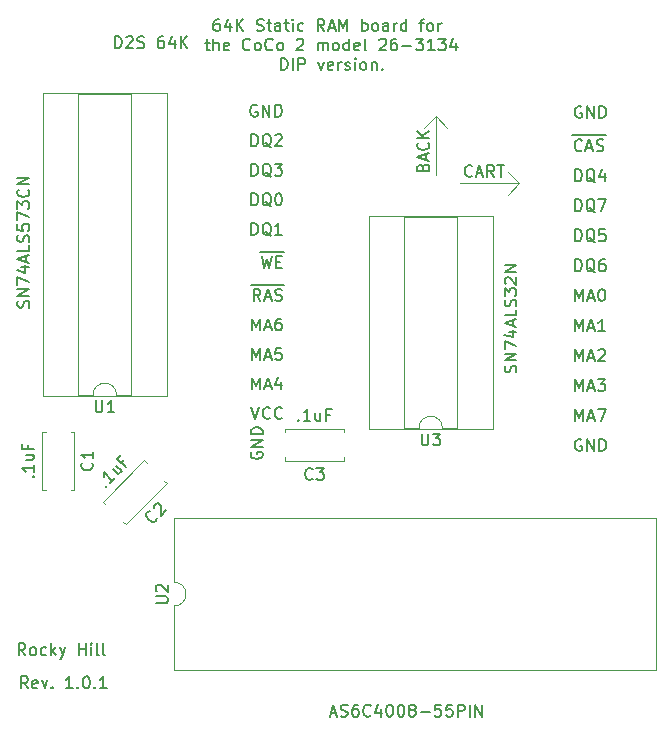
<source format=gbr>
G04 #@! TF.GenerationSoftware,KiCad,Pcbnew,5.1.5+dfsg1-2build2*
G04 #@! TF.CreationDate,2022-09-07T21:32:21-04:00*
G04 #@! TF.ProjectId,coco2_3134_64k_static_ram_board,636f636f-325f-4333-9133-345f36346b5f,1.0.0*
G04 #@! TF.SameCoordinates,Original*
G04 #@! TF.FileFunction,Legend,Top*
G04 #@! TF.FilePolarity,Positive*
%FSLAX46Y46*%
G04 Gerber Fmt 4.6, Leading zero omitted, Abs format (unit mm)*
G04 Created by KiCad (PCBNEW 5.1.5+dfsg1-2build2) date 2022-09-07 21:32:21*
%MOMM*%
%LPD*%
G04 APERTURE LIST*
%ADD10C,0.150000*%
%ADD11C,0.120000*%
G04 APERTURE END LIST*
D10*
X85876190Y-133352380D02*
X85542857Y-132876190D01*
X85304761Y-133352380D02*
X85304761Y-132352380D01*
X85685714Y-132352380D01*
X85780952Y-132400000D01*
X85828571Y-132447619D01*
X85876190Y-132542857D01*
X85876190Y-132685714D01*
X85828571Y-132780952D01*
X85780952Y-132828571D01*
X85685714Y-132876190D01*
X85304761Y-132876190D01*
X86685714Y-133304761D02*
X86590476Y-133352380D01*
X86400000Y-133352380D01*
X86304761Y-133304761D01*
X86257142Y-133209523D01*
X86257142Y-132828571D01*
X86304761Y-132733333D01*
X86400000Y-132685714D01*
X86590476Y-132685714D01*
X86685714Y-132733333D01*
X86733333Y-132828571D01*
X86733333Y-132923809D01*
X86257142Y-133019047D01*
X87066666Y-132685714D02*
X87304761Y-133352380D01*
X87542857Y-132685714D01*
X87923809Y-133257142D02*
X87971428Y-133304761D01*
X87923809Y-133352380D01*
X87876190Y-133304761D01*
X87923809Y-133257142D01*
X87923809Y-133352380D01*
X89685714Y-133352380D02*
X89114285Y-133352380D01*
X89400000Y-133352380D02*
X89400000Y-132352380D01*
X89304761Y-132495238D01*
X89209523Y-132590476D01*
X89114285Y-132638095D01*
X90114285Y-133257142D02*
X90161904Y-133304761D01*
X90114285Y-133352380D01*
X90066666Y-133304761D01*
X90114285Y-133257142D01*
X90114285Y-133352380D01*
X90780952Y-132352380D02*
X90876190Y-132352380D01*
X90971428Y-132400000D01*
X91019047Y-132447619D01*
X91066666Y-132542857D01*
X91114285Y-132733333D01*
X91114285Y-132971428D01*
X91066666Y-133161904D01*
X91019047Y-133257142D01*
X90971428Y-133304761D01*
X90876190Y-133352380D01*
X90780952Y-133352380D01*
X90685714Y-133304761D01*
X90638095Y-133257142D01*
X90590476Y-133161904D01*
X90542857Y-132971428D01*
X90542857Y-132733333D01*
X90590476Y-132542857D01*
X90638095Y-132447619D01*
X90685714Y-132400000D01*
X90780952Y-132352380D01*
X91542857Y-133257142D02*
X91590476Y-133304761D01*
X91542857Y-133352380D01*
X91495238Y-133304761D01*
X91542857Y-133257142D01*
X91542857Y-133352380D01*
X92542857Y-133352380D02*
X91971428Y-133352380D01*
X92257142Y-133352380D02*
X92257142Y-132352380D01*
X92161904Y-132495238D01*
X92066666Y-132590476D01*
X91971428Y-132638095D01*
X85676190Y-130552380D02*
X85342857Y-130076190D01*
X85104761Y-130552380D02*
X85104761Y-129552380D01*
X85485714Y-129552380D01*
X85580952Y-129600000D01*
X85628571Y-129647619D01*
X85676190Y-129742857D01*
X85676190Y-129885714D01*
X85628571Y-129980952D01*
X85580952Y-130028571D01*
X85485714Y-130076190D01*
X85104761Y-130076190D01*
X86247619Y-130552380D02*
X86152380Y-130504761D01*
X86104761Y-130457142D01*
X86057142Y-130361904D01*
X86057142Y-130076190D01*
X86104761Y-129980952D01*
X86152380Y-129933333D01*
X86247619Y-129885714D01*
X86390476Y-129885714D01*
X86485714Y-129933333D01*
X86533333Y-129980952D01*
X86580952Y-130076190D01*
X86580952Y-130361904D01*
X86533333Y-130457142D01*
X86485714Y-130504761D01*
X86390476Y-130552380D01*
X86247619Y-130552380D01*
X87438095Y-130504761D02*
X87342857Y-130552380D01*
X87152380Y-130552380D01*
X87057142Y-130504761D01*
X87009523Y-130457142D01*
X86961904Y-130361904D01*
X86961904Y-130076190D01*
X87009523Y-129980952D01*
X87057142Y-129933333D01*
X87152380Y-129885714D01*
X87342857Y-129885714D01*
X87438095Y-129933333D01*
X87866666Y-130552380D02*
X87866666Y-129552380D01*
X87961904Y-130171428D02*
X88247619Y-130552380D01*
X88247619Y-129885714D02*
X87866666Y-130266666D01*
X88580952Y-129885714D02*
X88819047Y-130552380D01*
X89057142Y-129885714D02*
X88819047Y-130552380D01*
X88723809Y-130790476D01*
X88676190Y-130838095D01*
X88580952Y-130885714D01*
X90200000Y-130552380D02*
X90200000Y-129552380D01*
X90200000Y-130028571D02*
X90771428Y-130028571D01*
X90771428Y-130552380D02*
X90771428Y-129552380D01*
X91247619Y-130552380D02*
X91247619Y-129885714D01*
X91247619Y-129552380D02*
X91200000Y-129600000D01*
X91247619Y-129647619D01*
X91295238Y-129600000D01*
X91247619Y-129552380D01*
X91247619Y-129647619D01*
X91866666Y-130552380D02*
X91771428Y-130504761D01*
X91723809Y-130409523D01*
X91723809Y-129552380D01*
X92390476Y-130552380D02*
X92295238Y-130504761D01*
X92247619Y-130409523D01*
X92247619Y-129552380D01*
X93252380Y-79152380D02*
X93252380Y-78152380D01*
X93490476Y-78152380D01*
X93633333Y-78200000D01*
X93728571Y-78295238D01*
X93776190Y-78390476D01*
X93823809Y-78580952D01*
X93823809Y-78723809D01*
X93776190Y-78914285D01*
X93728571Y-79009523D01*
X93633333Y-79104761D01*
X93490476Y-79152380D01*
X93252380Y-79152380D01*
X94204761Y-78247619D02*
X94252380Y-78200000D01*
X94347619Y-78152380D01*
X94585714Y-78152380D01*
X94680952Y-78200000D01*
X94728571Y-78247619D01*
X94776190Y-78342857D01*
X94776190Y-78438095D01*
X94728571Y-78580952D01*
X94157142Y-79152380D01*
X94776190Y-79152380D01*
X95157142Y-79104761D02*
X95300000Y-79152380D01*
X95538095Y-79152380D01*
X95633333Y-79104761D01*
X95680952Y-79057142D01*
X95728571Y-78961904D01*
X95728571Y-78866666D01*
X95680952Y-78771428D01*
X95633333Y-78723809D01*
X95538095Y-78676190D01*
X95347619Y-78628571D01*
X95252380Y-78580952D01*
X95204761Y-78533333D01*
X95157142Y-78438095D01*
X95157142Y-78342857D01*
X95204761Y-78247619D01*
X95252380Y-78200000D01*
X95347619Y-78152380D01*
X95585714Y-78152380D01*
X95728571Y-78200000D01*
X97347619Y-78152380D02*
X97157142Y-78152380D01*
X97061904Y-78200000D01*
X97014285Y-78247619D01*
X96919047Y-78390476D01*
X96871428Y-78580952D01*
X96871428Y-78961904D01*
X96919047Y-79057142D01*
X96966666Y-79104761D01*
X97061904Y-79152380D01*
X97252380Y-79152380D01*
X97347619Y-79104761D01*
X97395238Y-79057142D01*
X97442857Y-78961904D01*
X97442857Y-78723809D01*
X97395238Y-78628571D01*
X97347619Y-78580952D01*
X97252380Y-78533333D01*
X97061904Y-78533333D01*
X96966666Y-78580952D01*
X96919047Y-78628571D01*
X96871428Y-78723809D01*
X98300000Y-78485714D02*
X98300000Y-79152380D01*
X98061904Y-78104761D02*
X97823809Y-78819047D01*
X98442857Y-78819047D01*
X98823809Y-79152380D02*
X98823809Y-78152380D01*
X99395238Y-79152380D02*
X98966666Y-78580952D01*
X99395238Y-78152380D02*
X98823809Y-78723809D01*
X123500000Y-89957142D02*
X123452380Y-90004761D01*
X123309523Y-90052380D01*
X123214285Y-90052380D01*
X123071428Y-90004761D01*
X122976190Y-89909523D01*
X122928571Y-89814285D01*
X122880952Y-89623809D01*
X122880952Y-89480952D01*
X122928571Y-89290476D01*
X122976190Y-89195238D01*
X123071428Y-89100000D01*
X123214285Y-89052380D01*
X123309523Y-89052380D01*
X123452380Y-89100000D01*
X123500000Y-89147619D01*
X123880952Y-89766666D02*
X124357142Y-89766666D01*
X123785714Y-90052380D02*
X124119047Y-89052380D01*
X124452380Y-90052380D01*
X125357142Y-90052380D02*
X125023809Y-89576190D01*
X124785714Y-90052380D02*
X124785714Y-89052380D01*
X125166666Y-89052380D01*
X125261904Y-89100000D01*
X125309523Y-89147619D01*
X125357142Y-89242857D01*
X125357142Y-89385714D01*
X125309523Y-89480952D01*
X125261904Y-89528571D01*
X125166666Y-89576190D01*
X124785714Y-89576190D01*
X125642857Y-89052380D02*
X126214285Y-89052380D01*
X125928571Y-90052380D02*
X125928571Y-89052380D01*
D11*
X127500000Y-90600000D02*
X126500000Y-91600000D01*
X126500000Y-89600000D02*
X127500000Y-90600000D01*
X122500000Y-90600000D02*
X127500000Y-90600000D01*
X127500000Y-90600000D02*
X122500000Y-90600000D01*
D10*
X119328571Y-89257142D02*
X119376190Y-89114285D01*
X119423809Y-89066666D01*
X119519047Y-89019047D01*
X119661904Y-89019047D01*
X119757142Y-89066666D01*
X119804761Y-89114285D01*
X119852380Y-89209523D01*
X119852380Y-89590476D01*
X118852380Y-89590476D01*
X118852380Y-89257142D01*
X118900000Y-89161904D01*
X118947619Y-89114285D01*
X119042857Y-89066666D01*
X119138095Y-89066666D01*
X119233333Y-89114285D01*
X119280952Y-89161904D01*
X119328571Y-89257142D01*
X119328571Y-89590476D01*
X119566666Y-88638095D02*
X119566666Y-88161904D01*
X119852380Y-88733333D02*
X118852380Y-88400000D01*
X119852380Y-88066666D01*
X119757142Y-87161904D02*
X119804761Y-87209523D01*
X119852380Y-87352380D01*
X119852380Y-87447619D01*
X119804761Y-87590476D01*
X119709523Y-87685714D01*
X119614285Y-87733333D01*
X119423809Y-87780952D01*
X119280952Y-87780952D01*
X119090476Y-87733333D01*
X118995238Y-87685714D01*
X118900000Y-87590476D01*
X118852380Y-87447619D01*
X118852380Y-87352380D01*
X118900000Y-87209523D01*
X118947619Y-87161904D01*
X119852380Y-86733333D02*
X118852380Y-86733333D01*
X119852380Y-86161904D02*
X119280952Y-86590476D01*
X118852380Y-86161904D02*
X119423809Y-86733333D01*
D11*
X120400000Y-84900000D02*
X121400000Y-85900000D01*
X119400000Y-85900000D02*
X120400000Y-84900000D01*
X120400000Y-84900000D02*
X119400000Y-85900000D01*
X120400000Y-84900000D02*
X120400000Y-89900000D01*
D10*
X102076190Y-76702380D02*
X101885714Y-76702380D01*
X101790476Y-76750000D01*
X101742857Y-76797619D01*
X101647619Y-76940476D01*
X101600000Y-77130952D01*
X101600000Y-77511904D01*
X101647619Y-77607142D01*
X101695238Y-77654761D01*
X101790476Y-77702380D01*
X101980952Y-77702380D01*
X102076190Y-77654761D01*
X102123809Y-77607142D01*
X102171428Y-77511904D01*
X102171428Y-77273809D01*
X102123809Y-77178571D01*
X102076190Y-77130952D01*
X101980952Y-77083333D01*
X101790476Y-77083333D01*
X101695238Y-77130952D01*
X101647619Y-77178571D01*
X101600000Y-77273809D01*
X103028571Y-77035714D02*
X103028571Y-77702380D01*
X102790476Y-76654761D02*
X102552380Y-77369047D01*
X103171428Y-77369047D01*
X103552380Y-77702380D02*
X103552380Y-76702380D01*
X104123809Y-77702380D02*
X103695238Y-77130952D01*
X104123809Y-76702380D02*
X103552380Y-77273809D01*
X105266666Y-77654761D02*
X105409523Y-77702380D01*
X105647619Y-77702380D01*
X105742857Y-77654761D01*
X105790476Y-77607142D01*
X105838095Y-77511904D01*
X105838095Y-77416666D01*
X105790476Y-77321428D01*
X105742857Y-77273809D01*
X105647619Y-77226190D01*
X105457142Y-77178571D01*
X105361904Y-77130952D01*
X105314285Y-77083333D01*
X105266666Y-76988095D01*
X105266666Y-76892857D01*
X105314285Y-76797619D01*
X105361904Y-76750000D01*
X105457142Y-76702380D01*
X105695238Y-76702380D01*
X105838095Y-76750000D01*
X106123809Y-77035714D02*
X106504761Y-77035714D01*
X106266666Y-76702380D02*
X106266666Y-77559523D01*
X106314285Y-77654761D01*
X106409523Y-77702380D01*
X106504761Y-77702380D01*
X107266666Y-77702380D02*
X107266666Y-77178571D01*
X107219047Y-77083333D01*
X107123809Y-77035714D01*
X106933333Y-77035714D01*
X106838095Y-77083333D01*
X107266666Y-77654761D02*
X107171428Y-77702380D01*
X106933333Y-77702380D01*
X106838095Y-77654761D01*
X106790476Y-77559523D01*
X106790476Y-77464285D01*
X106838095Y-77369047D01*
X106933333Y-77321428D01*
X107171428Y-77321428D01*
X107266666Y-77273809D01*
X107600000Y-77035714D02*
X107980952Y-77035714D01*
X107742857Y-76702380D02*
X107742857Y-77559523D01*
X107790476Y-77654761D01*
X107885714Y-77702380D01*
X107980952Y-77702380D01*
X108314285Y-77702380D02*
X108314285Y-77035714D01*
X108314285Y-76702380D02*
X108266666Y-76750000D01*
X108314285Y-76797619D01*
X108361904Y-76750000D01*
X108314285Y-76702380D01*
X108314285Y-76797619D01*
X109219047Y-77654761D02*
X109123809Y-77702380D01*
X108933333Y-77702380D01*
X108838095Y-77654761D01*
X108790476Y-77607142D01*
X108742857Y-77511904D01*
X108742857Y-77226190D01*
X108790476Y-77130952D01*
X108838095Y-77083333D01*
X108933333Y-77035714D01*
X109123809Y-77035714D01*
X109219047Y-77083333D01*
X110980952Y-77702380D02*
X110647619Y-77226190D01*
X110409523Y-77702380D02*
X110409523Y-76702380D01*
X110790476Y-76702380D01*
X110885714Y-76750000D01*
X110933333Y-76797619D01*
X110980952Y-76892857D01*
X110980952Y-77035714D01*
X110933333Y-77130952D01*
X110885714Y-77178571D01*
X110790476Y-77226190D01*
X110409523Y-77226190D01*
X111361904Y-77416666D02*
X111838095Y-77416666D01*
X111266666Y-77702380D02*
X111600000Y-76702380D01*
X111933333Y-77702380D01*
X112266666Y-77702380D02*
X112266666Y-76702380D01*
X112600000Y-77416666D01*
X112933333Y-76702380D01*
X112933333Y-77702380D01*
X114171428Y-77702380D02*
X114171428Y-76702380D01*
X114171428Y-77083333D02*
X114266666Y-77035714D01*
X114457142Y-77035714D01*
X114552380Y-77083333D01*
X114600000Y-77130952D01*
X114647619Y-77226190D01*
X114647619Y-77511904D01*
X114600000Y-77607142D01*
X114552380Y-77654761D01*
X114457142Y-77702380D01*
X114266666Y-77702380D01*
X114171428Y-77654761D01*
X115219047Y-77702380D02*
X115123809Y-77654761D01*
X115076190Y-77607142D01*
X115028571Y-77511904D01*
X115028571Y-77226190D01*
X115076190Y-77130952D01*
X115123809Y-77083333D01*
X115219047Y-77035714D01*
X115361904Y-77035714D01*
X115457142Y-77083333D01*
X115504761Y-77130952D01*
X115552380Y-77226190D01*
X115552380Y-77511904D01*
X115504761Y-77607142D01*
X115457142Y-77654761D01*
X115361904Y-77702380D01*
X115219047Y-77702380D01*
X116409523Y-77702380D02*
X116409523Y-77178571D01*
X116361904Y-77083333D01*
X116266666Y-77035714D01*
X116076190Y-77035714D01*
X115980952Y-77083333D01*
X116409523Y-77654761D02*
X116314285Y-77702380D01*
X116076190Y-77702380D01*
X115980952Y-77654761D01*
X115933333Y-77559523D01*
X115933333Y-77464285D01*
X115980952Y-77369047D01*
X116076190Y-77321428D01*
X116314285Y-77321428D01*
X116409523Y-77273809D01*
X116885714Y-77702380D02*
X116885714Y-77035714D01*
X116885714Y-77226190D02*
X116933333Y-77130952D01*
X116980952Y-77083333D01*
X117076190Y-77035714D01*
X117171428Y-77035714D01*
X117933333Y-77702380D02*
X117933333Y-76702380D01*
X117933333Y-77654761D02*
X117838095Y-77702380D01*
X117647619Y-77702380D01*
X117552380Y-77654761D01*
X117504761Y-77607142D01*
X117457142Y-77511904D01*
X117457142Y-77226190D01*
X117504761Y-77130952D01*
X117552380Y-77083333D01*
X117647619Y-77035714D01*
X117838095Y-77035714D01*
X117933333Y-77083333D01*
X119028571Y-77035714D02*
X119409523Y-77035714D01*
X119171428Y-77702380D02*
X119171428Y-76845238D01*
X119219047Y-76750000D01*
X119314285Y-76702380D01*
X119409523Y-76702380D01*
X119885714Y-77702380D02*
X119790476Y-77654761D01*
X119742857Y-77607142D01*
X119695238Y-77511904D01*
X119695238Y-77226190D01*
X119742857Y-77130952D01*
X119790476Y-77083333D01*
X119885714Y-77035714D01*
X120028571Y-77035714D01*
X120123809Y-77083333D01*
X120171428Y-77130952D01*
X120219047Y-77226190D01*
X120219047Y-77511904D01*
X120171428Y-77607142D01*
X120123809Y-77654761D01*
X120028571Y-77702380D01*
X119885714Y-77702380D01*
X120647619Y-77702380D02*
X120647619Y-77035714D01*
X120647619Y-77226190D02*
X120695238Y-77130952D01*
X120742857Y-77083333D01*
X120838095Y-77035714D01*
X120933333Y-77035714D01*
X100885714Y-78685714D02*
X101266666Y-78685714D01*
X101028571Y-78352380D02*
X101028571Y-79209523D01*
X101076190Y-79304761D01*
X101171428Y-79352380D01*
X101266666Y-79352380D01*
X101600000Y-79352380D02*
X101600000Y-78352380D01*
X102028571Y-79352380D02*
X102028571Y-78828571D01*
X101980952Y-78733333D01*
X101885714Y-78685714D01*
X101742857Y-78685714D01*
X101647619Y-78733333D01*
X101600000Y-78780952D01*
X102885714Y-79304761D02*
X102790476Y-79352380D01*
X102600000Y-79352380D01*
X102504761Y-79304761D01*
X102457142Y-79209523D01*
X102457142Y-78828571D01*
X102504761Y-78733333D01*
X102600000Y-78685714D01*
X102790476Y-78685714D01*
X102885714Y-78733333D01*
X102933333Y-78828571D01*
X102933333Y-78923809D01*
X102457142Y-79019047D01*
X104695238Y-79257142D02*
X104647619Y-79304761D01*
X104504761Y-79352380D01*
X104409523Y-79352380D01*
X104266666Y-79304761D01*
X104171428Y-79209523D01*
X104123809Y-79114285D01*
X104076190Y-78923809D01*
X104076190Y-78780952D01*
X104123809Y-78590476D01*
X104171428Y-78495238D01*
X104266666Y-78400000D01*
X104409523Y-78352380D01*
X104504761Y-78352380D01*
X104647619Y-78400000D01*
X104695238Y-78447619D01*
X105266666Y-79352380D02*
X105171428Y-79304761D01*
X105123809Y-79257142D01*
X105076190Y-79161904D01*
X105076190Y-78876190D01*
X105123809Y-78780952D01*
X105171428Y-78733333D01*
X105266666Y-78685714D01*
X105409523Y-78685714D01*
X105504761Y-78733333D01*
X105552380Y-78780952D01*
X105600000Y-78876190D01*
X105600000Y-79161904D01*
X105552380Y-79257142D01*
X105504761Y-79304761D01*
X105409523Y-79352380D01*
X105266666Y-79352380D01*
X106600000Y-79257142D02*
X106552380Y-79304761D01*
X106409523Y-79352380D01*
X106314285Y-79352380D01*
X106171428Y-79304761D01*
X106076190Y-79209523D01*
X106028571Y-79114285D01*
X105980952Y-78923809D01*
X105980952Y-78780952D01*
X106028571Y-78590476D01*
X106076190Y-78495238D01*
X106171428Y-78400000D01*
X106314285Y-78352380D01*
X106409523Y-78352380D01*
X106552380Y-78400000D01*
X106600000Y-78447619D01*
X107171428Y-79352380D02*
X107076190Y-79304761D01*
X107028571Y-79257142D01*
X106980952Y-79161904D01*
X106980952Y-78876190D01*
X107028571Y-78780952D01*
X107076190Y-78733333D01*
X107171428Y-78685714D01*
X107314285Y-78685714D01*
X107409523Y-78733333D01*
X107457142Y-78780952D01*
X107504761Y-78876190D01*
X107504761Y-79161904D01*
X107457142Y-79257142D01*
X107409523Y-79304761D01*
X107314285Y-79352380D01*
X107171428Y-79352380D01*
X108647619Y-78447619D02*
X108695238Y-78400000D01*
X108790476Y-78352380D01*
X109028571Y-78352380D01*
X109123809Y-78400000D01*
X109171428Y-78447619D01*
X109219047Y-78542857D01*
X109219047Y-78638095D01*
X109171428Y-78780952D01*
X108600000Y-79352380D01*
X109219047Y-79352380D01*
X110409523Y-79352380D02*
X110409523Y-78685714D01*
X110409523Y-78780952D02*
X110457142Y-78733333D01*
X110552380Y-78685714D01*
X110695238Y-78685714D01*
X110790476Y-78733333D01*
X110838095Y-78828571D01*
X110838095Y-79352380D01*
X110838095Y-78828571D02*
X110885714Y-78733333D01*
X110980952Y-78685714D01*
X111123809Y-78685714D01*
X111219047Y-78733333D01*
X111266666Y-78828571D01*
X111266666Y-79352380D01*
X111885714Y-79352380D02*
X111790476Y-79304761D01*
X111742857Y-79257142D01*
X111695238Y-79161904D01*
X111695238Y-78876190D01*
X111742857Y-78780952D01*
X111790476Y-78733333D01*
X111885714Y-78685714D01*
X112028571Y-78685714D01*
X112123809Y-78733333D01*
X112171428Y-78780952D01*
X112219047Y-78876190D01*
X112219047Y-79161904D01*
X112171428Y-79257142D01*
X112123809Y-79304761D01*
X112028571Y-79352380D01*
X111885714Y-79352380D01*
X113076190Y-79352380D02*
X113076190Y-78352380D01*
X113076190Y-79304761D02*
X112980952Y-79352380D01*
X112790476Y-79352380D01*
X112695238Y-79304761D01*
X112647619Y-79257142D01*
X112600000Y-79161904D01*
X112600000Y-78876190D01*
X112647619Y-78780952D01*
X112695238Y-78733333D01*
X112790476Y-78685714D01*
X112980952Y-78685714D01*
X113076190Y-78733333D01*
X113933333Y-79304761D02*
X113838095Y-79352380D01*
X113647619Y-79352380D01*
X113552380Y-79304761D01*
X113504761Y-79209523D01*
X113504761Y-78828571D01*
X113552380Y-78733333D01*
X113647619Y-78685714D01*
X113838095Y-78685714D01*
X113933333Y-78733333D01*
X113980952Y-78828571D01*
X113980952Y-78923809D01*
X113504761Y-79019047D01*
X114552380Y-79352380D02*
X114457142Y-79304761D01*
X114409523Y-79209523D01*
X114409523Y-78352380D01*
X115647619Y-78447619D02*
X115695238Y-78400000D01*
X115790476Y-78352380D01*
X116028571Y-78352380D01*
X116123809Y-78400000D01*
X116171428Y-78447619D01*
X116219047Y-78542857D01*
X116219047Y-78638095D01*
X116171428Y-78780952D01*
X115600000Y-79352380D01*
X116219047Y-79352380D01*
X117076190Y-78352380D02*
X116885714Y-78352380D01*
X116790476Y-78400000D01*
X116742857Y-78447619D01*
X116647619Y-78590476D01*
X116600000Y-78780952D01*
X116600000Y-79161904D01*
X116647619Y-79257142D01*
X116695238Y-79304761D01*
X116790476Y-79352380D01*
X116980952Y-79352380D01*
X117076190Y-79304761D01*
X117123809Y-79257142D01*
X117171428Y-79161904D01*
X117171428Y-78923809D01*
X117123809Y-78828571D01*
X117076190Y-78780952D01*
X116980952Y-78733333D01*
X116790476Y-78733333D01*
X116695238Y-78780952D01*
X116647619Y-78828571D01*
X116600000Y-78923809D01*
X117600000Y-78971428D02*
X118361904Y-78971428D01*
X118742857Y-78352380D02*
X119361904Y-78352380D01*
X119028571Y-78733333D01*
X119171428Y-78733333D01*
X119266666Y-78780952D01*
X119314285Y-78828571D01*
X119361904Y-78923809D01*
X119361904Y-79161904D01*
X119314285Y-79257142D01*
X119266666Y-79304761D01*
X119171428Y-79352380D01*
X118885714Y-79352380D01*
X118790476Y-79304761D01*
X118742857Y-79257142D01*
X120314285Y-79352380D02*
X119742857Y-79352380D01*
X120028571Y-79352380D02*
X120028571Y-78352380D01*
X119933333Y-78495238D01*
X119838095Y-78590476D01*
X119742857Y-78638095D01*
X120647619Y-78352380D02*
X121266666Y-78352380D01*
X120933333Y-78733333D01*
X121076190Y-78733333D01*
X121171428Y-78780952D01*
X121219047Y-78828571D01*
X121266666Y-78923809D01*
X121266666Y-79161904D01*
X121219047Y-79257142D01*
X121171428Y-79304761D01*
X121076190Y-79352380D01*
X120790476Y-79352380D01*
X120695238Y-79304761D01*
X120647619Y-79257142D01*
X122123809Y-78685714D02*
X122123809Y-79352380D01*
X121885714Y-78304761D02*
X121647619Y-79019047D01*
X122266666Y-79019047D01*
X107314285Y-81002380D02*
X107314285Y-80002380D01*
X107552380Y-80002380D01*
X107695238Y-80050000D01*
X107790476Y-80145238D01*
X107838095Y-80240476D01*
X107885714Y-80430952D01*
X107885714Y-80573809D01*
X107838095Y-80764285D01*
X107790476Y-80859523D01*
X107695238Y-80954761D01*
X107552380Y-81002380D01*
X107314285Y-81002380D01*
X108314285Y-81002380D02*
X108314285Y-80002380D01*
X108790476Y-81002380D02*
X108790476Y-80002380D01*
X109171428Y-80002380D01*
X109266666Y-80050000D01*
X109314285Y-80097619D01*
X109361904Y-80192857D01*
X109361904Y-80335714D01*
X109314285Y-80430952D01*
X109266666Y-80478571D01*
X109171428Y-80526190D01*
X108790476Y-80526190D01*
X110457142Y-80335714D02*
X110695238Y-81002380D01*
X110933333Y-80335714D01*
X111695238Y-80954761D02*
X111600000Y-81002380D01*
X111409523Y-81002380D01*
X111314285Y-80954761D01*
X111266666Y-80859523D01*
X111266666Y-80478571D01*
X111314285Y-80383333D01*
X111409523Y-80335714D01*
X111600000Y-80335714D01*
X111695238Y-80383333D01*
X111742857Y-80478571D01*
X111742857Y-80573809D01*
X111266666Y-80669047D01*
X112171428Y-81002380D02*
X112171428Y-80335714D01*
X112171428Y-80526190D02*
X112219047Y-80430952D01*
X112266666Y-80383333D01*
X112361904Y-80335714D01*
X112457142Y-80335714D01*
X112742857Y-80954761D02*
X112838095Y-81002380D01*
X113028571Y-81002380D01*
X113123809Y-80954761D01*
X113171428Y-80859523D01*
X113171428Y-80811904D01*
X113123809Y-80716666D01*
X113028571Y-80669047D01*
X112885714Y-80669047D01*
X112790476Y-80621428D01*
X112742857Y-80526190D01*
X112742857Y-80478571D01*
X112790476Y-80383333D01*
X112885714Y-80335714D01*
X113028571Y-80335714D01*
X113123809Y-80383333D01*
X113600000Y-81002380D02*
X113600000Y-80335714D01*
X113600000Y-80002380D02*
X113552380Y-80050000D01*
X113600000Y-80097619D01*
X113647619Y-80050000D01*
X113600000Y-80002380D01*
X113600000Y-80097619D01*
X114219047Y-81002380D02*
X114123809Y-80954761D01*
X114076190Y-80907142D01*
X114028571Y-80811904D01*
X114028571Y-80526190D01*
X114076190Y-80430952D01*
X114123809Y-80383333D01*
X114219047Y-80335714D01*
X114361904Y-80335714D01*
X114457142Y-80383333D01*
X114504761Y-80430952D01*
X114552380Y-80526190D01*
X114552380Y-80811904D01*
X114504761Y-80907142D01*
X114457142Y-80954761D01*
X114361904Y-81002380D01*
X114219047Y-81002380D01*
X114980952Y-80335714D02*
X114980952Y-81002380D01*
X114980952Y-80430952D02*
X115028571Y-80383333D01*
X115123809Y-80335714D01*
X115266666Y-80335714D01*
X115361904Y-80383333D01*
X115409523Y-80478571D01*
X115409523Y-81002380D01*
X115885714Y-80907142D02*
X115933333Y-80954761D01*
X115885714Y-81002380D01*
X115838095Y-80954761D01*
X115885714Y-80907142D01*
X115885714Y-81002380D01*
X132233332Y-110715560D02*
X132233332Y-109715560D01*
X132566666Y-110429846D01*
X132899999Y-109715560D01*
X132899999Y-110715560D01*
X133328570Y-110429846D02*
X133804761Y-110429846D01*
X133233332Y-110715560D02*
X133566666Y-109715560D01*
X133899999Y-110715560D01*
X134138094Y-109715560D02*
X134804761Y-109715560D01*
X134376189Y-110715560D01*
X132233332Y-108178742D02*
X132233332Y-107178742D01*
X132566666Y-107893028D01*
X132899999Y-107178742D01*
X132899999Y-108178742D01*
X133328570Y-107893028D02*
X133804761Y-107893028D01*
X133233332Y-108178742D02*
X133566666Y-107178742D01*
X133899999Y-108178742D01*
X134138094Y-107178742D02*
X134757142Y-107178742D01*
X134423808Y-107559695D01*
X134566666Y-107559695D01*
X134661904Y-107607314D01*
X134709523Y-107654933D01*
X134757142Y-107750171D01*
X134757142Y-107988266D01*
X134709523Y-108083504D01*
X134661904Y-108131123D01*
X134566666Y-108178742D01*
X134280951Y-108178742D01*
X134185713Y-108131123D01*
X134138094Y-108083504D01*
X132233332Y-105641924D02*
X132233332Y-104641924D01*
X132566666Y-105356210D01*
X132899999Y-104641924D01*
X132899999Y-105641924D01*
X133328570Y-105356210D02*
X133804761Y-105356210D01*
X133233332Y-105641924D02*
X133566666Y-104641924D01*
X133899999Y-105641924D01*
X134185713Y-104737163D02*
X134233332Y-104689544D01*
X134328570Y-104641924D01*
X134566666Y-104641924D01*
X134661904Y-104689544D01*
X134709523Y-104737163D01*
X134757142Y-104832401D01*
X134757142Y-104927639D01*
X134709523Y-105070496D01*
X134138094Y-105641924D01*
X134757142Y-105641924D01*
X132233332Y-103105106D02*
X132233332Y-102105106D01*
X132566666Y-102819392D01*
X132899999Y-102105106D01*
X132899999Y-103105106D01*
X133328570Y-102819392D02*
X133804761Y-102819392D01*
X133233332Y-103105106D02*
X133566666Y-102105106D01*
X133899999Y-103105106D01*
X134757142Y-103105106D02*
X134185713Y-103105106D01*
X134471428Y-103105106D02*
X134471428Y-102105106D01*
X134376189Y-102247964D01*
X134280951Y-102343202D01*
X134185713Y-102390821D01*
X132233332Y-100568288D02*
X132233332Y-99568288D01*
X132566666Y-100282574D01*
X132899999Y-99568288D01*
X132899999Y-100568288D01*
X133328570Y-100282574D02*
X133804761Y-100282574D01*
X133233332Y-100568288D02*
X133566666Y-99568288D01*
X133899999Y-100568288D01*
X134423808Y-99568288D02*
X134519047Y-99568288D01*
X134614285Y-99615908D01*
X134661904Y-99663527D01*
X134709523Y-99758765D01*
X134757142Y-99949241D01*
X134757142Y-100187336D01*
X134709523Y-100377812D01*
X134661904Y-100473050D01*
X134614285Y-100520669D01*
X134519047Y-100568288D01*
X134423808Y-100568288D01*
X134328570Y-100520669D01*
X134280951Y-100473050D01*
X134233332Y-100377812D01*
X134185713Y-100187336D01*
X134185713Y-99949241D01*
X134233332Y-99758765D01*
X134280951Y-99663527D01*
X134328570Y-99615908D01*
X134423808Y-99568288D01*
X132233333Y-98031470D02*
X132233333Y-97031470D01*
X132471428Y-97031470D01*
X132614285Y-97079090D01*
X132709523Y-97174328D01*
X132757142Y-97269566D01*
X132804761Y-97460042D01*
X132804761Y-97602899D01*
X132757142Y-97793375D01*
X132709523Y-97888613D01*
X132614285Y-97983851D01*
X132471428Y-98031470D01*
X132233333Y-98031470D01*
X133899999Y-98126709D02*
X133804761Y-98079090D01*
X133709523Y-97983851D01*
X133566666Y-97840994D01*
X133471428Y-97793375D01*
X133376190Y-97793375D01*
X133423809Y-98031470D02*
X133328571Y-97983851D01*
X133233333Y-97888613D01*
X133185714Y-97698137D01*
X133185714Y-97364804D01*
X133233333Y-97174328D01*
X133328571Y-97079090D01*
X133423809Y-97031470D01*
X133614285Y-97031470D01*
X133709523Y-97079090D01*
X133804761Y-97174328D01*
X133852380Y-97364804D01*
X133852380Y-97698137D01*
X133804761Y-97888613D01*
X133709523Y-97983851D01*
X133614285Y-98031470D01*
X133423809Y-98031470D01*
X134709523Y-97031470D02*
X134519047Y-97031470D01*
X134423809Y-97079090D01*
X134376190Y-97126709D01*
X134280952Y-97269566D01*
X134233333Y-97460042D01*
X134233333Y-97840994D01*
X134280952Y-97936232D01*
X134328571Y-97983851D01*
X134423809Y-98031470D01*
X134614285Y-98031470D01*
X134709523Y-97983851D01*
X134757142Y-97936232D01*
X134804761Y-97840994D01*
X134804761Y-97602899D01*
X134757142Y-97507661D01*
X134709523Y-97460042D01*
X134614285Y-97412423D01*
X134423809Y-97412423D01*
X134328571Y-97460042D01*
X134280952Y-97507661D01*
X134233333Y-97602899D01*
X132233333Y-95494652D02*
X132233333Y-94494652D01*
X132471428Y-94494652D01*
X132614285Y-94542272D01*
X132709523Y-94637510D01*
X132757142Y-94732748D01*
X132804761Y-94923224D01*
X132804761Y-95066081D01*
X132757142Y-95256557D01*
X132709523Y-95351795D01*
X132614285Y-95447033D01*
X132471428Y-95494652D01*
X132233333Y-95494652D01*
X133899999Y-95589891D02*
X133804761Y-95542272D01*
X133709523Y-95447033D01*
X133566666Y-95304176D01*
X133471428Y-95256557D01*
X133376190Y-95256557D01*
X133423809Y-95494652D02*
X133328571Y-95447033D01*
X133233333Y-95351795D01*
X133185714Y-95161319D01*
X133185714Y-94827986D01*
X133233333Y-94637510D01*
X133328571Y-94542272D01*
X133423809Y-94494652D01*
X133614285Y-94494652D01*
X133709523Y-94542272D01*
X133804761Y-94637510D01*
X133852380Y-94827986D01*
X133852380Y-95161319D01*
X133804761Y-95351795D01*
X133709523Y-95447033D01*
X133614285Y-95494652D01*
X133423809Y-95494652D01*
X134757142Y-94494652D02*
X134280952Y-94494652D01*
X134233333Y-94970843D01*
X134280952Y-94923224D01*
X134376190Y-94875605D01*
X134614285Y-94875605D01*
X134709523Y-94923224D01*
X134757142Y-94970843D01*
X134804761Y-95066081D01*
X134804761Y-95304176D01*
X134757142Y-95399414D01*
X134709523Y-95447033D01*
X134614285Y-95494652D01*
X134376190Y-95494652D01*
X134280952Y-95447033D01*
X134233333Y-95399414D01*
X132233333Y-92957834D02*
X132233333Y-91957834D01*
X132471428Y-91957834D01*
X132614285Y-92005454D01*
X132709523Y-92100692D01*
X132757142Y-92195930D01*
X132804761Y-92386406D01*
X132804761Y-92529263D01*
X132757142Y-92719739D01*
X132709523Y-92814977D01*
X132614285Y-92910215D01*
X132471428Y-92957834D01*
X132233333Y-92957834D01*
X133899999Y-93053073D02*
X133804761Y-93005454D01*
X133709523Y-92910215D01*
X133566666Y-92767358D01*
X133471428Y-92719739D01*
X133376190Y-92719739D01*
X133423809Y-92957834D02*
X133328571Y-92910215D01*
X133233333Y-92814977D01*
X133185714Y-92624501D01*
X133185714Y-92291168D01*
X133233333Y-92100692D01*
X133328571Y-92005454D01*
X133423809Y-91957834D01*
X133614285Y-91957834D01*
X133709523Y-92005454D01*
X133804761Y-92100692D01*
X133852380Y-92291168D01*
X133852380Y-92624501D01*
X133804761Y-92814977D01*
X133709523Y-92910215D01*
X133614285Y-92957834D01*
X133423809Y-92957834D01*
X134185714Y-91957834D02*
X134852380Y-91957834D01*
X134423809Y-92957834D01*
X132233333Y-90421016D02*
X132233333Y-89421016D01*
X132471428Y-89421016D01*
X132614285Y-89468636D01*
X132709523Y-89563874D01*
X132757142Y-89659112D01*
X132804761Y-89849588D01*
X132804761Y-89992445D01*
X132757142Y-90182921D01*
X132709523Y-90278159D01*
X132614285Y-90373397D01*
X132471428Y-90421016D01*
X132233333Y-90421016D01*
X133899999Y-90516255D02*
X133804761Y-90468636D01*
X133709523Y-90373397D01*
X133566666Y-90230540D01*
X133471428Y-90182921D01*
X133376190Y-90182921D01*
X133423809Y-90421016D02*
X133328571Y-90373397D01*
X133233333Y-90278159D01*
X133185714Y-90087683D01*
X133185714Y-89754350D01*
X133233333Y-89563874D01*
X133328571Y-89468636D01*
X133423809Y-89421016D01*
X133614285Y-89421016D01*
X133709523Y-89468636D01*
X133804761Y-89563874D01*
X133852380Y-89754350D01*
X133852380Y-90087683D01*
X133804761Y-90278159D01*
X133709523Y-90373397D01*
X133614285Y-90421016D01*
X133423809Y-90421016D01*
X134709523Y-89754350D02*
X134709523Y-90421016D01*
X134471428Y-89373397D02*
X134233333Y-90087683D01*
X134852380Y-90087683D01*
X131995238Y-86516818D02*
X132995238Y-86516818D01*
X132804761Y-87788960D02*
X132757142Y-87836579D01*
X132614285Y-87884198D01*
X132519047Y-87884198D01*
X132376190Y-87836579D01*
X132280952Y-87741341D01*
X132233333Y-87646103D01*
X132185714Y-87455627D01*
X132185714Y-87312770D01*
X132233333Y-87122294D01*
X132280952Y-87027056D01*
X132376190Y-86931818D01*
X132519047Y-86884198D01*
X132614285Y-86884198D01*
X132757142Y-86931818D01*
X132804761Y-86979437D01*
X132995238Y-86516818D02*
X133852380Y-86516818D01*
X133185714Y-87598484D02*
X133661904Y-87598484D01*
X133090476Y-87884198D02*
X133423809Y-86884198D01*
X133757142Y-87884198D01*
X133852380Y-86516818D02*
X134804761Y-86516818D01*
X134042857Y-87836579D02*
X134185714Y-87884198D01*
X134423809Y-87884198D01*
X134519047Y-87836579D01*
X134566666Y-87788960D01*
X134614285Y-87693722D01*
X134614285Y-87598484D01*
X134566666Y-87503246D01*
X134519047Y-87455627D01*
X134423809Y-87408008D01*
X134233333Y-87360389D01*
X134138095Y-87312770D01*
X134090476Y-87265151D01*
X134042857Y-87169913D01*
X134042857Y-87074675D01*
X134090476Y-86979437D01*
X134138095Y-86931818D01*
X134233333Y-86884198D01*
X134471428Y-86884198D01*
X134614285Y-86931818D01*
X132757142Y-112300000D02*
X132661904Y-112252380D01*
X132519047Y-112252380D01*
X132376189Y-112300000D01*
X132280951Y-112395238D01*
X132233332Y-112490476D01*
X132185713Y-112680952D01*
X132185713Y-112823809D01*
X132233332Y-113014285D01*
X132280951Y-113109523D01*
X132376189Y-113204761D01*
X132519047Y-113252380D01*
X132614285Y-113252380D01*
X132757142Y-113204761D01*
X132804761Y-113157142D01*
X132804761Y-112823809D01*
X132614285Y-112823809D01*
X133233332Y-113252380D02*
X133233332Y-112252380D01*
X133804761Y-113252380D01*
X133804761Y-112252380D01*
X134280951Y-113252380D02*
X134280951Y-112252380D01*
X134519047Y-112252380D01*
X134661904Y-112300000D01*
X134757142Y-112395238D01*
X134804761Y-112490476D01*
X134852380Y-112680952D01*
X134852380Y-112823809D01*
X134804761Y-113014285D01*
X134757142Y-113109523D01*
X134661904Y-113204761D01*
X134519047Y-113252380D01*
X134280951Y-113252380D01*
X132757142Y-84100000D02*
X132661904Y-84052380D01*
X132519047Y-84052380D01*
X132376189Y-84100000D01*
X132280951Y-84195238D01*
X132233332Y-84290476D01*
X132185713Y-84480952D01*
X132185713Y-84623809D01*
X132233332Y-84814285D01*
X132280951Y-84909523D01*
X132376189Y-85004761D01*
X132519047Y-85052380D01*
X132614285Y-85052380D01*
X132757142Y-85004761D01*
X132804761Y-84957142D01*
X132804761Y-84623809D01*
X132614285Y-84623809D01*
X133233332Y-85052380D02*
X133233332Y-84052380D01*
X133804761Y-85052380D01*
X133804761Y-84052380D01*
X134280951Y-85052380D02*
X134280951Y-84052380D01*
X134519047Y-84052380D01*
X134661904Y-84100000D01*
X134757142Y-84195238D01*
X134804761Y-84290476D01*
X134852380Y-84480952D01*
X134852380Y-84623809D01*
X134804761Y-84814285D01*
X134757142Y-84909523D01*
X134661904Y-85004761D01*
X134519047Y-85052380D01*
X134280951Y-85052380D01*
X104800000Y-113361904D02*
X104752380Y-113457142D01*
X104752380Y-113600000D01*
X104800000Y-113742857D01*
X104895238Y-113838095D01*
X104990476Y-113885714D01*
X105180952Y-113933333D01*
X105323809Y-113933333D01*
X105514285Y-113885714D01*
X105609523Y-113838095D01*
X105704761Y-113742857D01*
X105752380Y-113600000D01*
X105752380Y-113504761D01*
X105704761Y-113361904D01*
X105657142Y-113314285D01*
X105323809Y-113314285D01*
X105323809Y-113504761D01*
X105752380Y-112885714D02*
X104752380Y-112885714D01*
X105752380Y-112314285D01*
X104752380Y-112314285D01*
X105752380Y-111838095D02*
X104752380Y-111838095D01*
X104752380Y-111600000D01*
X104800000Y-111457142D01*
X104895238Y-111361904D01*
X104990476Y-111314285D01*
X105180952Y-111266666D01*
X105323809Y-111266666D01*
X105514285Y-111314285D01*
X105609523Y-111361904D01*
X105704761Y-111457142D01*
X105752380Y-111600000D01*
X105752380Y-111838095D01*
X104814285Y-109551470D02*
X105147619Y-110551470D01*
X105480952Y-109551470D01*
X106385714Y-110456232D02*
X106338095Y-110503851D01*
X106195238Y-110551470D01*
X106099999Y-110551470D01*
X105957142Y-110503851D01*
X105861904Y-110408613D01*
X105814285Y-110313375D01*
X105766666Y-110122899D01*
X105766666Y-109980042D01*
X105814285Y-109789566D01*
X105861904Y-109694328D01*
X105957142Y-109599090D01*
X106099999Y-109551470D01*
X106195238Y-109551470D01*
X106338095Y-109599090D01*
X106385714Y-109646709D01*
X107385714Y-110456232D02*
X107338095Y-110503851D01*
X107195238Y-110551470D01*
X107099999Y-110551470D01*
X106957142Y-110503851D01*
X106861904Y-110408613D01*
X106814285Y-110313375D01*
X106766666Y-110122899D01*
X106766666Y-109980042D01*
X106814285Y-109789566D01*
X106861904Y-109694328D01*
X106957142Y-109599090D01*
X107099999Y-109551470D01*
X107195238Y-109551470D01*
X107338095Y-109599090D01*
X107385714Y-109646709D01*
X104861904Y-108050561D02*
X104861904Y-107050561D01*
X105195238Y-107764847D01*
X105528571Y-107050561D01*
X105528571Y-108050561D01*
X105957142Y-107764847D02*
X106433333Y-107764847D01*
X105861904Y-108050561D02*
X106195238Y-107050561D01*
X106528571Y-108050561D01*
X107290476Y-107383895D02*
X107290476Y-108050561D01*
X107052380Y-107002942D02*
X106814285Y-107717228D01*
X107433333Y-107717228D01*
X104861904Y-105549652D02*
X104861904Y-104549652D01*
X105195238Y-105263938D01*
X105528571Y-104549652D01*
X105528571Y-105549652D01*
X105957142Y-105263938D02*
X106433333Y-105263938D01*
X105861904Y-105549652D02*
X106195238Y-104549652D01*
X106528571Y-105549652D01*
X107338095Y-104549652D02*
X106861904Y-104549652D01*
X106814285Y-105025843D01*
X106861904Y-104978224D01*
X106957142Y-104930605D01*
X107195238Y-104930605D01*
X107290476Y-104978224D01*
X107338095Y-105025843D01*
X107385714Y-105121081D01*
X107385714Y-105359176D01*
X107338095Y-105454414D01*
X107290476Y-105502033D01*
X107195238Y-105549652D01*
X106957142Y-105549652D01*
X106861904Y-105502033D01*
X106814285Y-105454414D01*
X104861904Y-103048743D02*
X104861904Y-102048743D01*
X105195238Y-102763029D01*
X105528571Y-102048743D01*
X105528571Y-103048743D01*
X105957142Y-102763029D02*
X106433333Y-102763029D01*
X105861904Y-103048743D02*
X106195238Y-102048743D01*
X106528571Y-103048743D01*
X107290476Y-102048743D02*
X107100000Y-102048743D01*
X107004761Y-102096363D01*
X106957142Y-102143982D01*
X106861904Y-102286839D01*
X106814285Y-102477315D01*
X106814285Y-102858267D01*
X106861904Y-102953505D01*
X106909523Y-103001124D01*
X107004761Y-103048743D01*
X107195238Y-103048743D01*
X107290476Y-103001124D01*
X107338095Y-102953505D01*
X107385714Y-102858267D01*
X107385714Y-102620172D01*
X107338095Y-102524934D01*
X107290476Y-102477315D01*
X107195238Y-102429696D01*
X107004761Y-102429696D01*
X106909523Y-102477315D01*
X106861904Y-102524934D01*
X106814285Y-102620172D01*
X104766667Y-99180454D02*
X105766667Y-99180454D01*
X105576190Y-100547834D02*
X105242857Y-100071644D01*
X105004762Y-100547834D02*
X105004762Y-99547834D01*
X105385714Y-99547834D01*
X105480952Y-99595454D01*
X105528571Y-99643073D01*
X105576190Y-99738311D01*
X105576190Y-99881168D01*
X105528571Y-99976406D01*
X105480952Y-100024025D01*
X105385714Y-100071644D01*
X105004762Y-100071644D01*
X105766667Y-99180454D02*
X106623809Y-99180454D01*
X105957143Y-100262120D02*
X106433333Y-100262120D01*
X105861905Y-100547834D02*
X106195238Y-99547834D01*
X106528571Y-100547834D01*
X106623809Y-99180454D02*
X107576190Y-99180454D01*
X106814286Y-100500215D02*
X106957143Y-100547834D01*
X107195238Y-100547834D01*
X107290476Y-100500215D01*
X107338095Y-100452596D01*
X107385714Y-100357358D01*
X107385714Y-100262120D01*
X107338095Y-100166882D01*
X107290476Y-100119263D01*
X107195238Y-100071644D01*
X107004762Y-100024025D01*
X106909524Y-99976406D01*
X106861905Y-99928787D01*
X106814286Y-99833549D01*
X106814286Y-99738311D01*
X106861905Y-99643073D01*
X106909524Y-99595454D01*
X107004762Y-99547834D01*
X107242857Y-99547834D01*
X107385714Y-99595454D01*
X105528571Y-96384545D02*
X106671428Y-96384545D01*
X105671428Y-96751925D02*
X105909523Y-97751925D01*
X106100000Y-97037640D01*
X106290476Y-97751925D01*
X106528571Y-96751925D01*
X106671428Y-96384545D02*
X107576190Y-96384545D01*
X106909523Y-97228116D02*
X107242857Y-97228116D01*
X107385714Y-97751925D02*
X106909523Y-97751925D01*
X106909523Y-96751925D01*
X107385714Y-96751925D01*
X104814286Y-94956016D02*
X104814286Y-93956016D01*
X105052381Y-93956016D01*
X105195238Y-94003636D01*
X105290476Y-94098874D01*
X105338095Y-94194112D01*
X105385714Y-94384588D01*
X105385714Y-94527445D01*
X105338095Y-94717921D01*
X105290476Y-94813159D01*
X105195238Y-94908397D01*
X105052381Y-94956016D01*
X104814286Y-94956016D01*
X106480952Y-95051255D02*
X106385714Y-95003636D01*
X106290476Y-94908397D01*
X106147619Y-94765540D01*
X106052381Y-94717921D01*
X105957143Y-94717921D01*
X106004762Y-94956016D02*
X105909524Y-94908397D01*
X105814286Y-94813159D01*
X105766667Y-94622683D01*
X105766667Y-94289350D01*
X105814286Y-94098874D01*
X105909524Y-94003636D01*
X106004762Y-93956016D01*
X106195238Y-93956016D01*
X106290476Y-94003636D01*
X106385714Y-94098874D01*
X106433333Y-94289350D01*
X106433333Y-94622683D01*
X106385714Y-94813159D01*
X106290476Y-94908397D01*
X106195238Y-94956016D01*
X106004762Y-94956016D01*
X107385714Y-94956016D02*
X106814286Y-94956016D01*
X107100000Y-94956016D02*
X107100000Y-93956016D01*
X107004762Y-94098874D01*
X106909524Y-94194112D01*
X106814286Y-94241731D01*
X104814286Y-92455107D02*
X104814286Y-91455107D01*
X105052381Y-91455107D01*
X105195238Y-91502727D01*
X105290476Y-91597965D01*
X105338095Y-91693203D01*
X105385714Y-91883679D01*
X105385714Y-92026536D01*
X105338095Y-92217012D01*
X105290476Y-92312250D01*
X105195238Y-92407488D01*
X105052381Y-92455107D01*
X104814286Y-92455107D01*
X106480952Y-92550346D02*
X106385714Y-92502727D01*
X106290476Y-92407488D01*
X106147619Y-92264631D01*
X106052381Y-92217012D01*
X105957143Y-92217012D01*
X106004762Y-92455107D02*
X105909524Y-92407488D01*
X105814286Y-92312250D01*
X105766667Y-92121774D01*
X105766667Y-91788441D01*
X105814286Y-91597965D01*
X105909524Y-91502727D01*
X106004762Y-91455107D01*
X106195238Y-91455107D01*
X106290476Y-91502727D01*
X106385714Y-91597965D01*
X106433333Y-91788441D01*
X106433333Y-92121774D01*
X106385714Y-92312250D01*
X106290476Y-92407488D01*
X106195238Y-92455107D01*
X106004762Y-92455107D01*
X107052381Y-91455107D02*
X107147619Y-91455107D01*
X107242857Y-91502727D01*
X107290476Y-91550346D01*
X107338095Y-91645584D01*
X107385714Y-91836060D01*
X107385714Y-92074155D01*
X107338095Y-92264631D01*
X107290476Y-92359869D01*
X107242857Y-92407488D01*
X107147619Y-92455107D01*
X107052381Y-92455107D01*
X106957143Y-92407488D01*
X106909524Y-92359869D01*
X106861905Y-92264631D01*
X106814286Y-92074155D01*
X106814286Y-91836060D01*
X106861905Y-91645584D01*
X106909524Y-91550346D01*
X106957143Y-91502727D01*
X107052381Y-91455107D01*
X104814286Y-89954198D02*
X104814286Y-88954198D01*
X105052381Y-88954198D01*
X105195238Y-89001818D01*
X105290476Y-89097056D01*
X105338095Y-89192294D01*
X105385714Y-89382770D01*
X105385714Y-89525627D01*
X105338095Y-89716103D01*
X105290476Y-89811341D01*
X105195238Y-89906579D01*
X105052381Y-89954198D01*
X104814286Y-89954198D01*
X106480952Y-90049437D02*
X106385714Y-90001818D01*
X106290476Y-89906579D01*
X106147619Y-89763722D01*
X106052381Y-89716103D01*
X105957143Y-89716103D01*
X106004762Y-89954198D02*
X105909524Y-89906579D01*
X105814286Y-89811341D01*
X105766667Y-89620865D01*
X105766667Y-89287532D01*
X105814286Y-89097056D01*
X105909524Y-89001818D01*
X106004762Y-88954198D01*
X106195238Y-88954198D01*
X106290476Y-89001818D01*
X106385714Y-89097056D01*
X106433333Y-89287532D01*
X106433333Y-89620865D01*
X106385714Y-89811341D01*
X106290476Y-89906579D01*
X106195238Y-89954198D01*
X106004762Y-89954198D01*
X106766667Y-88954198D02*
X107385714Y-88954198D01*
X107052381Y-89335151D01*
X107195238Y-89335151D01*
X107290476Y-89382770D01*
X107338095Y-89430389D01*
X107385714Y-89525627D01*
X107385714Y-89763722D01*
X107338095Y-89858960D01*
X107290476Y-89906579D01*
X107195238Y-89954198D01*
X106909524Y-89954198D01*
X106814286Y-89906579D01*
X106766667Y-89858960D01*
X104814286Y-87453289D02*
X104814286Y-86453289D01*
X105052381Y-86453289D01*
X105195238Y-86500909D01*
X105290476Y-86596147D01*
X105338095Y-86691385D01*
X105385714Y-86881861D01*
X105385714Y-87024718D01*
X105338095Y-87215194D01*
X105290476Y-87310432D01*
X105195238Y-87405670D01*
X105052381Y-87453289D01*
X104814286Y-87453289D01*
X106480952Y-87548528D02*
X106385714Y-87500909D01*
X106290476Y-87405670D01*
X106147619Y-87262813D01*
X106052381Y-87215194D01*
X105957143Y-87215194D01*
X106004762Y-87453289D02*
X105909524Y-87405670D01*
X105814286Y-87310432D01*
X105766667Y-87119956D01*
X105766667Y-86786623D01*
X105814286Y-86596147D01*
X105909524Y-86500909D01*
X106004762Y-86453289D01*
X106195238Y-86453289D01*
X106290476Y-86500909D01*
X106385714Y-86596147D01*
X106433333Y-86786623D01*
X106433333Y-87119956D01*
X106385714Y-87310432D01*
X106290476Y-87405670D01*
X106195238Y-87453289D01*
X106004762Y-87453289D01*
X106814286Y-86548528D02*
X106861905Y-86500909D01*
X106957143Y-86453289D01*
X107195238Y-86453289D01*
X107290476Y-86500909D01*
X107338095Y-86548528D01*
X107385714Y-86643766D01*
X107385714Y-86739004D01*
X107338095Y-86881861D01*
X106766667Y-87453289D01*
X107385714Y-87453289D01*
X105290476Y-84000000D02*
X105195238Y-83952380D01*
X105052381Y-83952380D01*
X104909523Y-84000000D01*
X104814285Y-84095238D01*
X104766666Y-84190476D01*
X104719047Y-84380952D01*
X104719047Y-84523809D01*
X104766666Y-84714285D01*
X104814285Y-84809523D01*
X104909523Y-84904761D01*
X105052381Y-84952380D01*
X105147619Y-84952380D01*
X105290476Y-84904761D01*
X105338095Y-84857142D01*
X105338095Y-84523809D01*
X105147619Y-84523809D01*
X105766666Y-84952380D02*
X105766666Y-83952380D01*
X106338095Y-84952380D01*
X106338095Y-83952380D01*
X106814285Y-84952380D02*
X106814285Y-83952380D01*
X107052381Y-83952380D01*
X107195238Y-84000000D01*
X107290476Y-84095238D01*
X107338095Y-84190476D01*
X107385714Y-84380952D01*
X107385714Y-84523809D01*
X107338095Y-84714285D01*
X107290476Y-84809523D01*
X107195238Y-84904761D01*
X107052381Y-84952380D01*
X106814285Y-84952380D01*
D11*
X89820000Y-111630000D02*
X89820000Y-116570000D01*
X87080000Y-111630000D02*
X87080000Y-116570000D01*
X89820000Y-111630000D02*
X89505000Y-111630000D01*
X87395000Y-111630000D02*
X87080000Y-111630000D01*
X89820000Y-116570000D02*
X89505000Y-116570000D01*
X87395000Y-116570000D02*
X87080000Y-116570000D01*
X92439682Y-117768323D02*
X92216943Y-117545584D01*
X94154416Y-119483057D02*
X93931677Y-119260318D01*
X95932789Y-114275216D02*
X95710051Y-114052477D01*
X97647523Y-115989949D02*
X97424784Y-115767211D01*
X95710051Y-114052477D02*
X92216943Y-117545584D01*
X97647523Y-115989949D02*
X94154416Y-119483057D01*
X112620000Y-114120000D02*
X107680000Y-114120000D01*
X112620000Y-111380000D02*
X107680000Y-111380000D01*
X112620000Y-114120000D02*
X112620000Y-113805000D01*
X112620000Y-111695000D02*
X112620000Y-111380000D01*
X107680000Y-114120000D02*
X107680000Y-113805000D01*
X107680000Y-111695000D02*
X107680000Y-111380000D01*
X98270000Y-124380000D02*
G75*
G02X98270000Y-126380000I0J-1000000D01*
G01*
X98270000Y-126380000D02*
X98270000Y-131840000D01*
X98270000Y-131840000D02*
X139030000Y-131840000D01*
X139030000Y-131840000D02*
X139030000Y-118920000D01*
X139030000Y-118920000D02*
X98270000Y-118920000D01*
X98270000Y-118920000D02*
X98270000Y-124380000D01*
X118990000Y-111330000D02*
G75*
G02X120990000Y-111330000I1000000J0D01*
G01*
X120990000Y-111330000D02*
X122240000Y-111330000D01*
X122240000Y-111330000D02*
X122240000Y-93430000D01*
X122240000Y-93430000D02*
X117740000Y-93430000D01*
X117740000Y-93430000D02*
X117740000Y-111330000D01*
X117740000Y-111330000D02*
X118990000Y-111330000D01*
X125240000Y-111390000D02*
X125240000Y-93370000D01*
X125240000Y-93370000D02*
X114740000Y-93370000D01*
X114740000Y-93370000D02*
X114740000Y-111390000D01*
X114740000Y-111390000D02*
X125240000Y-111390000D01*
X91390000Y-108530000D02*
G75*
G02X93390000Y-108530000I1000000J0D01*
G01*
X93390000Y-108530000D02*
X94640000Y-108530000D01*
X94640000Y-108530000D02*
X94640000Y-83010000D01*
X94640000Y-83010000D02*
X90140000Y-83010000D01*
X90140000Y-83010000D02*
X90140000Y-108530000D01*
X90140000Y-108530000D02*
X91390000Y-108530000D01*
X97640000Y-108590000D02*
X97640000Y-82950000D01*
X97640000Y-82950000D02*
X87140000Y-82950000D01*
X87140000Y-82950000D02*
X87140000Y-108590000D01*
X87140000Y-108590000D02*
X97640000Y-108590000D01*
D10*
X91307142Y-114266666D02*
X91354761Y-114314285D01*
X91402380Y-114457142D01*
X91402380Y-114552380D01*
X91354761Y-114695238D01*
X91259523Y-114790476D01*
X91164285Y-114838095D01*
X90973809Y-114885714D01*
X90830952Y-114885714D01*
X90640476Y-114838095D01*
X90545238Y-114790476D01*
X90450000Y-114695238D01*
X90402380Y-114552380D01*
X90402380Y-114457142D01*
X90450000Y-114314285D01*
X90497619Y-114266666D01*
X91402380Y-113314285D02*
X91402380Y-113885714D01*
X91402380Y-113600000D02*
X90402380Y-113600000D01*
X90545238Y-113695238D01*
X90640476Y-113790476D01*
X90688095Y-113885714D01*
X86307142Y-115457142D02*
X86354761Y-115409523D01*
X86402380Y-115457142D01*
X86354761Y-115504761D01*
X86307142Y-115457142D01*
X86402380Y-115457142D01*
X86402380Y-114457142D02*
X86402380Y-115028571D01*
X86402380Y-114742857D02*
X85402380Y-114742857D01*
X85545238Y-114838095D01*
X85640476Y-114933333D01*
X85688095Y-115028571D01*
X85735714Y-113600000D02*
X86402380Y-113600000D01*
X85735714Y-114028571D02*
X86259523Y-114028571D01*
X86354761Y-113980952D01*
X86402380Y-113885714D01*
X86402380Y-113742857D01*
X86354761Y-113647619D01*
X86307142Y-113600000D01*
X85878571Y-112790476D02*
X85878571Y-113123809D01*
X86402380Y-113123809D02*
X85402380Y-113123809D01*
X85402380Y-112647619D01*
X96834687Y-118905923D02*
X96834687Y-118973266D01*
X96767343Y-119107953D01*
X96700000Y-119175297D01*
X96565312Y-119242640D01*
X96430625Y-119242640D01*
X96329610Y-119208969D01*
X96161251Y-119107953D01*
X96060236Y-119006938D01*
X95959221Y-118838579D01*
X95925549Y-118737564D01*
X95925549Y-118602877D01*
X95992893Y-118468190D01*
X96060236Y-118400846D01*
X96194923Y-118333503D01*
X96262267Y-118333503D01*
X96531641Y-118064129D02*
X96531641Y-117996785D01*
X96565312Y-117895770D01*
X96733671Y-117727411D01*
X96834687Y-117693740D01*
X96902030Y-117693740D01*
X97003045Y-117727411D01*
X97070389Y-117794755D01*
X97137732Y-117929442D01*
X97137732Y-118737564D01*
X97575465Y-118299831D01*
X92457359Y-116212183D02*
X92524702Y-116212183D01*
X92524702Y-116279526D01*
X92457359Y-116279526D01*
X92457359Y-116212183D01*
X92524702Y-116279526D01*
X93231809Y-115572419D02*
X92827748Y-115976480D01*
X93029778Y-115774450D02*
X92322672Y-115067343D01*
X92356343Y-115235702D01*
X92356343Y-115370389D01*
X92322672Y-115471404D01*
X93366496Y-114494923D02*
X93837901Y-114966328D01*
X93063450Y-114797969D02*
X93433840Y-115168358D01*
X93534855Y-115202030D01*
X93635870Y-115168358D01*
X93736885Y-115067343D01*
X93770557Y-114966328D01*
X93770557Y-114898984D01*
X94039931Y-114023519D02*
X93804229Y-114259221D01*
X94174618Y-114629610D02*
X93467511Y-113922503D01*
X93804229Y-113585786D01*
X109983333Y-115607142D02*
X109935714Y-115654761D01*
X109792857Y-115702380D01*
X109697619Y-115702380D01*
X109554761Y-115654761D01*
X109459523Y-115559523D01*
X109411904Y-115464285D01*
X109364285Y-115273809D01*
X109364285Y-115130952D01*
X109411904Y-114940476D01*
X109459523Y-114845238D01*
X109554761Y-114750000D01*
X109697619Y-114702380D01*
X109792857Y-114702380D01*
X109935714Y-114750000D01*
X109983333Y-114797619D01*
X110316666Y-114702380D02*
X110935714Y-114702380D01*
X110602380Y-115083333D01*
X110745238Y-115083333D01*
X110840476Y-115130952D01*
X110888095Y-115178571D01*
X110935714Y-115273809D01*
X110935714Y-115511904D01*
X110888095Y-115607142D01*
X110840476Y-115654761D01*
X110745238Y-115702380D01*
X110459523Y-115702380D01*
X110364285Y-115654761D01*
X110316666Y-115607142D01*
X108792857Y-110607142D02*
X108840476Y-110654761D01*
X108792857Y-110702380D01*
X108745238Y-110654761D01*
X108792857Y-110607142D01*
X108792857Y-110702380D01*
X109792857Y-110702380D02*
X109221428Y-110702380D01*
X109507142Y-110702380D02*
X109507142Y-109702380D01*
X109411904Y-109845238D01*
X109316666Y-109940476D01*
X109221428Y-109988095D01*
X110650000Y-110035714D02*
X110650000Y-110702380D01*
X110221428Y-110035714D02*
X110221428Y-110559523D01*
X110269047Y-110654761D01*
X110364285Y-110702380D01*
X110507142Y-110702380D01*
X110602380Y-110654761D01*
X110650000Y-110607142D01*
X111459523Y-110178571D02*
X111126190Y-110178571D01*
X111126190Y-110702380D02*
X111126190Y-109702380D01*
X111602380Y-109702380D01*
X96722380Y-126141904D02*
X97531904Y-126141904D01*
X97627142Y-126094285D01*
X97674761Y-126046666D01*
X97722380Y-125951428D01*
X97722380Y-125760952D01*
X97674761Y-125665714D01*
X97627142Y-125618095D01*
X97531904Y-125570476D01*
X96722380Y-125570476D01*
X96817619Y-125141904D02*
X96770000Y-125094285D01*
X96722380Y-124999047D01*
X96722380Y-124760952D01*
X96770000Y-124665714D01*
X96817619Y-124618095D01*
X96912857Y-124570476D01*
X97008095Y-124570476D01*
X97150952Y-124618095D01*
X97722380Y-125189523D01*
X97722380Y-124570476D01*
X111521428Y-135466666D02*
X111997619Y-135466666D01*
X111426190Y-135752380D02*
X111759523Y-134752380D01*
X112092857Y-135752380D01*
X112378571Y-135704761D02*
X112521428Y-135752380D01*
X112759523Y-135752380D01*
X112854761Y-135704761D01*
X112902380Y-135657142D01*
X112950000Y-135561904D01*
X112950000Y-135466666D01*
X112902380Y-135371428D01*
X112854761Y-135323809D01*
X112759523Y-135276190D01*
X112569047Y-135228571D01*
X112473809Y-135180952D01*
X112426190Y-135133333D01*
X112378571Y-135038095D01*
X112378571Y-134942857D01*
X112426190Y-134847619D01*
X112473809Y-134800000D01*
X112569047Y-134752380D01*
X112807142Y-134752380D01*
X112950000Y-134800000D01*
X113807142Y-134752380D02*
X113616666Y-134752380D01*
X113521428Y-134800000D01*
X113473809Y-134847619D01*
X113378571Y-134990476D01*
X113330952Y-135180952D01*
X113330952Y-135561904D01*
X113378571Y-135657142D01*
X113426190Y-135704761D01*
X113521428Y-135752380D01*
X113711904Y-135752380D01*
X113807142Y-135704761D01*
X113854761Y-135657142D01*
X113902380Y-135561904D01*
X113902380Y-135323809D01*
X113854761Y-135228571D01*
X113807142Y-135180952D01*
X113711904Y-135133333D01*
X113521428Y-135133333D01*
X113426190Y-135180952D01*
X113378571Y-135228571D01*
X113330952Y-135323809D01*
X114902380Y-135657142D02*
X114854761Y-135704761D01*
X114711904Y-135752380D01*
X114616666Y-135752380D01*
X114473809Y-135704761D01*
X114378571Y-135609523D01*
X114330952Y-135514285D01*
X114283333Y-135323809D01*
X114283333Y-135180952D01*
X114330952Y-134990476D01*
X114378571Y-134895238D01*
X114473809Y-134800000D01*
X114616666Y-134752380D01*
X114711904Y-134752380D01*
X114854761Y-134800000D01*
X114902380Y-134847619D01*
X115759523Y-135085714D02*
X115759523Y-135752380D01*
X115521428Y-134704761D02*
X115283333Y-135419047D01*
X115902380Y-135419047D01*
X116473809Y-134752380D02*
X116569047Y-134752380D01*
X116664285Y-134800000D01*
X116711904Y-134847619D01*
X116759523Y-134942857D01*
X116807142Y-135133333D01*
X116807142Y-135371428D01*
X116759523Y-135561904D01*
X116711904Y-135657142D01*
X116664285Y-135704761D01*
X116569047Y-135752380D01*
X116473809Y-135752380D01*
X116378571Y-135704761D01*
X116330952Y-135657142D01*
X116283333Y-135561904D01*
X116235714Y-135371428D01*
X116235714Y-135133333D01*
X116283333Y-134942857D01*
X116330952Y-134847619D01*
X116378571Y-134800000D01*
X116473809Y-134752380D01*
X117426190Y-134752380D02*
X117521428Y-134752380D01*
X117616666Y-134800000D01*
X117664285Y-134847619D01*
X117711904Y-134942857D01*
X117759523Y-135133333D01*
X117759523Y-135371428D01*
X117711904Y-135561904D01*
X117664285Y-135657142D01*
X117616666Y-135704761D01*
X117521428Y-135752380D01*
X117426190Y-135752380D01*
X117330952Y-135704761D01*
X117283333Y-135657142D01*
X117235714Y-135561904D01*
X117188095Y-135371428D01*
X117188095Y-135133333D01*
X117235714Y-134942857D01*
X117283333Y-134847619D01*
X117330952Y-134800000D01*
X117426190Y-134752380D01*
X118330952Y-135180952D02*
X118235714Y-135133333D01*
X118188095Y-135085714D01*
X118140476Y-134990476D01*
X118140476Y-134942857D01*
X118188095Y-134847619D01*
X118235714Y-134800000D01*
X118330952Y-134752380D01*
X118521428Y-134752380D01*
X118616666Y-134800000D01*
X118664285Y-134847619D01*
X118711904Y-134942857D01*
X118711904Y-134990476D01*
X118664285Y-135085714D01*
X118616666Y-135133333D01*
X118521428Y-135180952D01*
X118330952Y-135180952D01*
X118235714Y-135228571D01*
X118188095Y-135276190D01*
X118140476Y-135371428D01*
X118140476Y-135561904D01*
X118188095Y-135657142D01*
X118235714Y-135704761D01*
X118330952Y-135752380D01*
X118521428Y-135752380D01*
X118616666Y-135704761D01*
X118664285Y-135657142D01*
X118711904Y-135561904D01*
X118711904Y-135371428D01*
X118664285Y-135276190D01*
X118616666Y-135228571D01*
X118521428Y-135180952D01*
X119140476Y-135371428D02*
X119902380Y-135371428D01*
X120854761Y-134752380D02*
X120378571Y-134752380D01*
X120330952Y-135228571D01*
X120378571Y-135180952D01*
X120473809Y-135133333D01*
X120711904Y-135133333D01*
X120807142Y-135180952D01*
X120854761Y-135228571D01*
X120902380Y-135323809D01*
X120902380Y-135561904D01*
X120854761Y-135657142D01*
X120807142Y-135704761D01*
X120711904Y-135752380D01*
X120473809Y-135752380D01*
X120378571Y-135704761D01*
X120330952Y-135657142D01*
X121807142Y-134752380D02*
X121330952Y-134752380D01*
X121283333Y-135228571D01*
X121330952Y-135180952D01*
X121426190Y-135133333D01*
X121664285Y-135133333D01*
X121759523Y-135180952D01*
X121807142Y-135228571D01*
X121854761Y-135323809D01*
X121854761Y-135561904D01*
X121807142Y-135657142D01*
X121759523Y-135704761D01*
X121664285Y-135752380D01*
X121426190Y-135752380D01*
X121330952Y-135704761D01*
X121283333Y-135657142D01*
X122283333Y-135752380D02*
X122283333Y-134752380D01*
X122664285Y-134752380D01*
X122759523Y-134800000D01*
X122807142Y-134847619D01*
X122854761Y-134942857D01*
X122854761Y-135085714D01*
X122807142Y-135180952D01*
X122759523Y-135228571D01*
X122664285Y-135276190D01*
X122283333Y-135276190D01*
X123283333Y-135752380D02*
X123283333Y-134752380D01*
X123759523Y-135752380D02*
X123759523Y-134752380D01*
X124330952Y-135752380D01*
X124330952Y-134752380D01*
X119228095Y-111782380D02*
X119228095Y-112591904D01*
X119275714Y-112687142D01*
X119323333Y-112734761D01*
X119418571Y-112782380D01*
X119609047Y-112782380D01*
X119704285Y-112734761D01*
X119751904Y-112687142D01*
X119799523Y-112591904D01*
X119799523Y-111782380D01*
X120180476Y-111782380D02*
X120799523Y-111782380D01*
X120466190Y-112163333D01*
X120609047Y-112163333D01*
X120704285Y-112210952D01*
X120751904Y-112258571D01*
X120799523Y-112353809D01*
X120799523Y-112591904D01*
X120751904Y-112687142D01*
X120704285Y-112734761D01*
X120609047Y-112782380D01*
X120323333Y-112782380D01*
X120228095Y-112734761D01*
X120180476Y-112687142D01*
X127204761Y-106597619D02*
X127252380Y-106454761D01*
X127252380Y-106216666D01*
X127204761Y-106121428D01*
X127157142Y-106073809D01*
X127061904Y-106026190D01*
X126966666Y-106026190D01*
X126871428Y-106073809D01*
X126823809Y-106121428D01*
X126776190Y-106216666D01*
X126728571Y-106407142D01*
X126680952Y-106502380D01*
X126633333Y-106550000D01*
X126538095Y-106597619D01*
X126442857Y-106597619D01*
X126347619Y-106550000D01*
X126300000Y-106502380D01*
X126252380Y-106407142D01*
X126252380Y-106169047D01*
X126300000Y-106026190D01*
X127252380Y-105597619D02*
X126252380Y-105597619D01*
X127252380Y-105026190D01*
X126252380Y-105026190D01*
X126252380Y-104645238D02*
X126252380Y-103978571D01*
X127252380Y-104407142D01*
X126585714Y-103169047D02*
X127252380Y-103169047D01*
X126204761Y-103407142D02*
X126919047Y-103645238D01*
X126919047Y-103026190D01*
X126966666Y-102692857D02*
X126966666Y-102216666D01*
X127252380Y-102788095D02*
X126252380Y-102454761D01*
X127252380Y-102121428D01*
X127252380Y-101311904D02*
X127252380Y-101788095D01*
X126252380Y-101788095D01*
X127204761Y-101026190D02*
X127252380Y-100883333D01*
X127252380Y-100645238D01*
X127204761Y-100550000D01*
X127157142Y-100502380D01*
X127061904Y-100454761D01*
X126966666Y-100454761D01*
X126871428Y-100502380D01*
X126823809Y-100550000D01*
X126776190Y-100645238D01*
X126728571Y-100835714D01*
X126680952Y-100930952D01*
X126633333Y-100978571D01*
X126538095Y-101026190D01*
X126442857Y-101026190D01*
X126347619Y-100978571D01*
X126300000Y-100930952D01*
X126252380Y-100835714D01*
X126252380Y-100597619D01*
X126300000Y-100454761D01*
X126252380Y-100121428D02*
X126252380Y-99502380D01*
X126633333Y-99835714D01*
X126633333Y-99692857D01*
X126680952Y-99597619D01*
X126728571Y-99550000D01*
X126823809Y-99502380D01*
X127061904Y-99502380D01*
X127157142Y-99550000D01*
X127204761Y-99597619D01*
X127252380Y-99692857D01*
X127252380Y-99978571D01*
X127204761Y-100073809D01*
X127157142Y-100121428D01*
X126347619Y-99121428D02*
X126300000Y-99073809D01*
X126252380Y-98978571D01*
X126252380Y-98740476D01*
X126300000Y-98645238D01*
X126347619Y-98597619D01*
X126442857Y-98550000D01*
X126538095Y-98550000D01*
X126680952Y-98597619D01*
X127252380Y-99169047D01*
X127252380Y-98550000D01*
X127252380Y-98121428D02*
X126252380Y-98121428D01*
X127252380Y-97550000D01*
X126252380Y-97550000D01*
X91628095Y-108982380D02*
X91628095Y-109791904D01*
X91675714Y-109887142D01*
X91723333Y-109934761D01*
X91818571Y-109982380D01*
X92009047Y-109982380D01*
X92104285Y-109934761D01*
X92151904Y-109887142D01*
X92199523Y-109791904D01*
X92199523Y-108982380D01*
X93199523Y-109982380D02*
X92628095Y-109982380D01*
X92913809Y-109982380D02*
X92913809Y-108982380D01*
X92818571Y-109125238D01*
X92723333Y-109220476D01*
X92628095Y-109268095D01*
X85954761Y-101123809D02*
X86002380Y-100980952D01*
X86002380Y-100742857D01*
X85954761Y-100647619D01*
X85907142Y-100600000D01*
X85811904Y-100552380D01*
X85716666Y-100552380D01*
X85621428Y-100600000D01*
X85573809Y-100647619D01*
X85526190Y-100742857D01*
X85478571Y-100933333D01*
X85430952Y-101028571D01*
X85383333Y-101076190D01*
X85288095Y-101123809D01*
X85192857Y-101123809D01*
X85097619Y-101076190D01*
X85050000Y-101028571D01*
X85002380Y-100933333D01*
X85002380Y-100695238D01*
X85050000Y-100552380D01*
X86002380Y-100123809D02*
X85002380Y-100123809D01*
X86002380Y-99552380D01*
X85002380Y-99552380D01*
X85002380Y-99171428D02*
X85002380Y-98504761D01*
X86002380Y-98933333D01*
X85335714Y-97695238D02*
X86002380Y-97695238D01*
X84954761Y-97933333D02*
X85669047Y-98171428D01*
X85669047Y-97552380D01*
X85716666Y-97219047D02*
X85716666Y-96742857D01*
X86002380Y-97314285D02*
X85002380Y-96980952D01*
X86002380Y-96647619D01*
X86002380Y-95838095D02*
X86002380Y-96314285D01*
X85002380Y-96314285D01*
X85954761Y-95552380D02*
X86002380Y-95409523D01*
X86002380Y-95171428D01*
X85954761Y-95076190D01*
X85907142Y-95028571D01*
X85811904Y-94980952D01*
X85716666Y-94980952D01*
X85621428Y-95028571D01*
X85573809Y-95076190D01*
X85526190Y-95171428D01*
X85478571Y-95361904D01*
X85430952Y-95457142D01*
X85383333Y-95504761D01*
X85288095Y-95552380D01*
X85192857Y-95552380D01*
X85097619Y-95504761D01*
X85050000Y-95457142D01*
X85002380Y-95361904D01*
X85002380Y-95123809D01*
X85050000Y-94980952D01*
X85002380Y-94076190D02*
X85002380Y-94552380D01*
X85478571Y-94600000D01*
X85430952Y-94552380D01*
X85383333Y-94457142D01*
X85383333Y-94219047D01*
X85430952Y-94123809D01*
X85478571Y-94076190D01*
X85573809Y-94028571D01*
X85811904Y-94028571D01*
X85907142Y-94076190D01*
X85954761Y-94123809D01*
X86002380Y-94219047D01*
X86002380Y-94457142D01*
X85954761Y-94552380D01*
X85907142Y-94600000D01*
X85002380Y-93695238D02*
X85002380Y-93028571D01*
X86002380Y-93457142D01*
X85002380Y-92742857D02*
X85002380Y-92123809D01*
X85383333Y-92457142D01*
X85383333Y-92314285D01*
X85430952Y-92219047D01*
X85478571Y-92171428D01*
X85573809Y-92123809D01*
X85811904Y-92123809D01*
X85907142Y-92171428D01*
X85954761Y-92219047D01*
X86002380Y-92314285D01*
X86002380Y-92600000D01*
X85954761Y-92695238D01*
X85907142Y-92742857D01*
X85907142Y-91123809D02*
X85954761Y-91171428D01*
X86002380Y-91314285D01*
X86002380Y-91409523D01*
X85954761Y-91552380D01*
X85859523Y-91647619D01*
X85764285Y-91695238D01*
X85573809Y-91742857D01*
X85430952Y-91742857D01*
X85240476Y-91695238D01*
X85145238Y-91647619D01*
X85050000Y-91552380D01*
X85002380Y-91409523D01*
X85002380Y-91314285D01*
X85050000Y-91171428D01*
X85097619Y-91123809D01*
X86002380Y-90695238D02*
X85002380Y-90695238D01*
X86002380Y-90123809D01*
X85002380Y-90123809D01*
M02*

</source>
